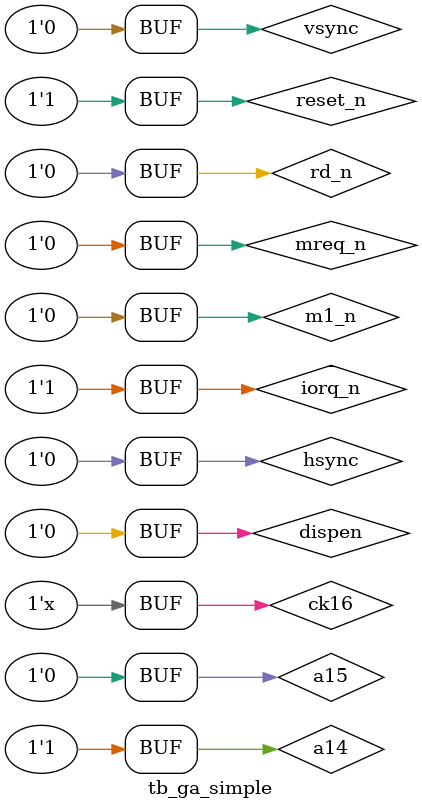
<source format=v>
`timescale 1ns / 1ps


module tb_ga_simple;

	// Inputs
	reg ck16;
	reg reset_n;
	reg a15;
	reg a14;
	reg mreq_n;
	reg iorq_n;
	reg m1_n;
	reg rd_n;
	reg vsync;
	reg hsync;
	reg dispen;

	// Outputs
	wire phi_n;
	wire ready;
	wire int_n;
	wire cclk;
	wire en224_n;
	wire cpu_n;
	wire romen_n;
	wire ramrd_n;
	wire ras_n;
	wire cas_n;
	wire casad_n;
	wire mwe_n;
	wire sync_n;
	wire red;
	wire red_oe;
	wire green;
	wire green_oe;
	wire blue;
	wire blue_oe;

	// Bidirs
	wire [7:0] d;

	// Instantiate the Unit Under Test (UUT)
	ga40010 uut (
		.ck16(ck16), 
		.reset_n(reset_n), 
		.a15(a15), 
		.a14(a14), 
		.mreq_n(mreq_n), 
		.iorq_n(iorq_n), 
		.m1_n(m1_n), 
		.rd_n(rd_n), 
		.phi_n(phi_n), 
		.ready(ready), 
		.int_n(int_n), 
		.d(d), 
		.vsync(vsync), 
		.hsync(hsync), 
		.dispen(dispen), 
		.cclk(cclk), 
		.en224_n(en224_n), 
		.cpu_n(cpu_n), 
		.romen_n(romen_n), 
		.ramrd_n(ramrd_n), 
		.ras_n(ras_n), 
		.cas_n(cas_n), 
		.casad_n(casad_n), 
		.mwe_n(mwe_n), 
		.sync_n(sync_n), 
		.red(red), 
		.red_oe(red_oe), 
		.green(green), 
		.green_oe(green_oe), 
		.blue(blue), 
		.blue_oe(blue_oe)
	);

	initial begin
		// Initialize Inputs
		ck16 = 0;
		reset_n = 0;
		a15 = 0;
		a14 = 1;
		mreq_n = 0;
		iorq_n = 1;
		m1_n = 0;
		rd_n = 0;
		vsync = 0;
		hsync = 0;
		dispen = 0;

		// Wait 100 ns for global reset to finish
    #100;
    reset_n = 1;    
		// Add stimulus here

	end

  always begin
    ck16 = #(1000/32) ~ck16;
  end      
endmodule


</source>
